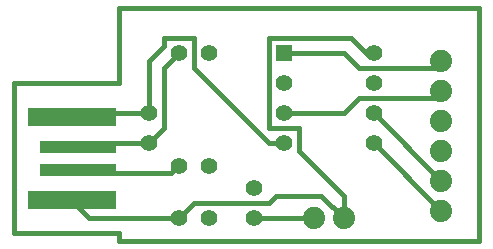
<source format=gtl>
G04 (created by PCBNEW-RS274X (2012-apr-16-27)-stable) date Fri 16 Aug 2013 02:43:40 PM IST*
G01*
G70*
G90*
%MOIN*%
G04 Gerber Fmt 3.4, Leading zero omitted, Abs format*
%FSLAX34Y34*%
G04 APERTURE LIST*
%ADD10C,0.006000*%
%ADD11C,0.015000*%
%ADD12R,0.295200X0.059000*%
%ADD13R,0.255900X0.039300*%
%ADD14C,0.074000*%
%ADD15C,0.055000*%
%ADD16R,0.055000X0.055000*%
%ADD17C,0.016000*%
G04 APERTURE END LIST*
G54D10*
G54D11*
X36500Y-43250D02*
X36500Y-38250D01*
X40000Y-43250D02*
X36500Y-43250D01*
X40000Y-43500D02*
X40000Y-43250D01*
X52000Y-43500D02*
X40000Y-43500D01*
X52000Y-35750D02*
X52000Y-43500D01*
X40000Y-35750D02*
X52000Y-35750D01*
X40000Y-38250D02*
X40000Y-35750D01*
X36500Y-38250D02*
X40000Y-38250D01*
G54D12*
X38422Y-42127D03*
X38422Y-39373D03*
G54D13*
X38618Y-41143D03*
X38618Y-40357D03*
G54D14*
X50750Y-42500D03*
X50750Y-41500D03*
X50750Y-40500D03*
X50750Y-39500D03*
X50750Y-38500D03*
X50750Y-37500D03*
X47500Y-42750D03*
X46500Y-42750D03*
G54D15*
X44500Y-42750D03*
X44500Y-41750D03*
X41000Y-39250D03*
X41000Y-40250D03*
X42000Y-42750D03*
X43000Y-42750D03*
X42000Y-41000D03*
X43000Y-41000D03*
X42000Y-37250D03*
X43000Y-37250D03*
G54D16*
X45500Y-37250D03*
G54D15*
X45500Y-38250D03*
X45500Y-39250D03*
X45500Y-40250D03*
X48500Y-40250D03*
X48500Y-39250D03*
X48500Y-38250D03*
X48500Y-37250D03*
G54D17*
X42000Y-42750D02*
X42500Y-42250D01*
X45250Y-42000D02*
X46750Y-42000D01*
X47500Y-42000D02*
X46000Y-40500D01*
X46000Y-40500D02*
X46000Y-39750D01*
X46000Y-39750D02*
X45000Y-39750D01*
X45000Y-39750D02*
X45000Y-36750D01*
X45000Y-36750D02*
X47750Y-36750D01*
X47750Y-36750D02*
X48250Y-37250D01*
X48250Y-37250D02*
X48500Y-37250D01*
X42500Y-42250D02*
X45000Y-42250D01*
X45000Y-42250D02*
X45250Y-42000D01*
X46750Y-42000D02*
X47500Y-42750D01*
X38422Y-42127D02*
X38500Y-42250D01*
X38500Y-42250D02*
X39000Y-42750D01*
X39000Y-42750D02*
X42000Y-42750D01*
X47500Y-42750D02*
X47500Y-42000D01*
X41500Y-39750D02*
X41000Y-40250D01*
X41000Y-40250D02*
X38500Y-40250D01*
X38500Y-40250D02*
X38618Y-40357D01*
X41500Y-37750D02*
X41500Y-39750D01*
X42000Y-37250D02*
X41500Y-37750D01*
X38500Y-41250D02*
X38618Y-41143D01*
X42000Y-41000D02*
X41750Y-41250D01*
X41750Y-41250D02*
X38500Y-41250D01*
X45000Y-40250D02*
X45500Y-40250D01*
X41000Y-39250D02*
X41000Y-37500D01*
X41000Y-37500D02*
X41500Y-37000D01*
X41500Y-37000D02*
X41500Y-36750D01*
X41500Y-36750D02*
X42500Y-36750D01*
X42500Y-36750D02*
X42500Y-37750D01*
X42500Y-37750D02*
X45000Y-40250D01*
X38500Y-39250D02*
X41000Y-39250D01*
X44500Y-42750D02*
X46500Y-42750D01*
X38422Y-39373D02*
X38500Y-39250D01*
X50750Y-41500D02*
X48500Y-39250D01*
X48500Y-40250D02*
X50750Y-42500D01*
X47500Y-37250D02*
X45500Y-37250D01*
X48000Y-37750D02*
X47500Y-37250D01*
X50750Y-37500D02*
X50500Y-37750D01*
X50500Y-37750D02*
X48000Y-37750D01*
X50750Y-38500D02*
X50500Y-38750D01*
X50500Y-38750D02*
X48000Y-38750D01*
X48000Y-38750D02*
X47500Y-39250D01*
X47500Y-39250D02*
X45500Y-39250D01*
M02*

</source>
